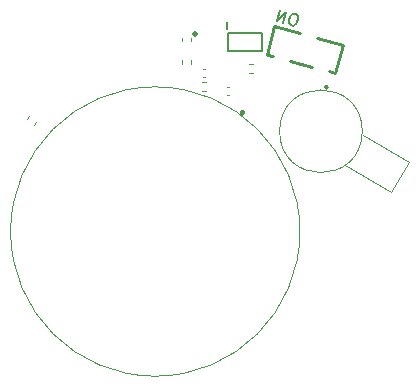
<source format=gbr>
%TF.GenerationSoftware,KiCad,Pcbnew,8.0.3*%
%TF.CreationDate,2024-08-05T21:53:05-05:00*%
%TF.ProjectId,GeckoSmartWatch_V4_1,4765636b-6f53-46d6-9172-745761746368,rev?*%
%TF.SameCoordinates,Original*%
%TF.FileFunction,Legend,Bot*%
%TF.FilePolarity,Positive*%
%FSLAX46Y46*%
G04 Gerber Fmt 4.6, Leading zero omitted, Abs format (unit mm)*
G04 Created by KiCad (PCBNEW 8.0.3) date 2024-08-05 21:53:05*
%MOMM*%
%LPD*%
G01*
G04 APERTURE LIST*
%ADD10C,0.150000*%
%ADD11C,0.120000*%
%ADD12C,0.100000*%
%ADD13C,0.250000*%
%ADD14C,0.200000*%
%ADD15C,0.254000*%
G04 APERTURE END LIST*
D10*
X151083222Y-85046865D02*
X150899236Y-84997566D01*
X150899236Y-84997566D02*
X150794919Y-85018913D01*
X150794919Y-85018913D02*
X150678276Y-85086256D01*
X150678276Y-85086256D02*
X150582981Y-85257918D01*
X150582981Y-85257918D02*
X150496708Y-85579893D01*
X150496708Y-85579893D02*
X150493406Y-85776203D01*
X150493406Y-85776203D02*
X150560749Y-85892846D01*
X150560749Y-85892846D02*
X150640417Y-85963492D01*
X150640417Y-85963492D02*
X150824403Y-86012791D01*
X150824403Y-86012791D02*
X150928721Y-85991444D01*
X150928721Y-85991444D02*
X151045363Y-85924100D01*
X151045363Y-85924100D02*
X151140659Y-85752439D01*
X151140659Y-85752439D02*
X151226932Y-85430464D01*
X151226932Y-85430464D02*
X151230234Y-85234153D01*
X151230234Y-85234153D02*
X151162890Y-85117511D01*
X151162890Y-85117511D02*
X151083222Y-85046865D01*
X149996467Y-85790946D02*
X150255286Y-84825020D01*
X150255286Y-84825020D02*
X149444509Y-85643049D01*
X149444509Y-85643049D02*
X149703328Y-84677123D01*
D11*
%TO.C,C28*%
X143407836Y-89665000D02*
X143192164Y-89665000D01*
X143407836Y-90385000D02*
X143192164Y-90385000D01*
%TO.C,R13*%
X142205000Y-87353641D02*
X142205000Y-87046359D01*
X141445000Y-87353641D02*
X141445000Y-87046359D01*
%TO.C,R11*%
X143146359Y-90770000D02*
X143453641Y-90770000D01*
X143146359Y-91530000D02*
X143453641Y-91530000D01*
D12*
%TO.C,M1*%
X156715433Y-95263944D02*
X160655849Y-97538943D01*
X159155848Y-100137020D02*
X155215432Y-97862019D01*
X159155848Y-100137020D02*
X160655849Y-97538943D01*
X156694153Y-94962981D02*
G75*
G02*
X149694151Y-94962981I-3500001J0D01*
G01*
X149694151Y-94962981D02*
G75*
G02*
X156694153Y-94962981I3500001J0D01*
G01*
D11*
%TO.C,TH1*%
X128507662Y-93713045D02*
X128310145Y-93948436D01*
X129089855Y-94201564D02*
X128892338Y-94436955D01*
%TO.C,R14*%
X147403641Y-89270000D02*
X147096359Y-89270000D01*
X147403641Y-90030000D02*
X147096359Y-90030000D01*
D13*
%TO.C,IC1*%
X146675000Y-93387500D02*
G75*
G02*
X146425000Y-93387500I-125000J0D01*
G01*
X146425000Y-93387500D02*
G75*
G02*
X146675000Y-93387500I125000J0D01*
G01*
D11*
%TO.C,C22*%
X145217164Y-91190000D02*
X145432836Y-91190000D01*
X145217164Y-91910000D02*
X145432836Y-91910000D01*
D13*
%TO.C,IC2*%
X142650000Y-86737000D02*
G75*
G02*
X142400000Y-86737000I-125000J0D01*
G01*
X142400000Y-86737000D02*
G75*
G02*
X142650000Y-86737000I125000J0D01*
G01*
D12*
%TO.C,BT1*%
X151418028Y-103451958D02*
G75*
G02*
X126918028Y-103451958I-12250000J0D01*
G01*
X126918028Y-103451958D02*
G75*
G02*
X151418028Y-103451958I12250000J0D01*
G01*
D11*
%TO.C,R12*%
X141445000Y-88971359D02*
X141445000Y-89278641D01*
X142205000Y-88971359D02*
X142205000Y-89278641D01*
D14*
%TO.C,U8*%
X145240000Y-86300000D02*
X145240000Y-85725000D01*
X145300000Y-86650000D02*
X148200000Y-86650000D01*
X145300000Y-88150000D02*
X145300000Y-86650000D01*
X148200000Y-86650000D02*
X148200000Y-88150000D01*
X148200000Y-88150000D02*
X145300000Y-88150000D01*
D15*
%TO.C,SW1*%
X149105981Y-88615538D02*
X148603698Y-88480951D01*
X149250746Y-86066136D02*
X148603698Y-88480951D01*
X150535550Y-88998589D02*
X152467402Y-89516226D01*
X151462716Y-86658831D02*
X149250746Y-86066136D01*
X152872002Y-87036449D02*
X155046302Y-87619049D01*
X153879586Y-89894620D02*
X154399254Y-90033864D01*
X155046302Y-87619049D02*
X154399254Y-90033864D01*
X153735085Y-91232456D02*
G75*
G02*
X153570103Y-91232456I-82491J0D01*
G01*
X153570103Y-91232456D02*
G75*
G02*
X153735085Y-91232456I82491J0D01*
G01*
%TD*%
M02*

</source>
